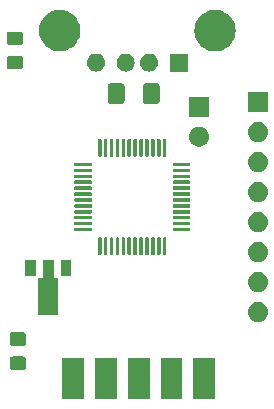
<source format=gbr>
%TF.GenerationSoftware,KiCad,Pcbnew,7.0.9*%
%TF.CreationDate,2024-08-25T17:31:11+01:00*%
%TF.ProjectId,RISKYKVM,5249534b-594b-4564-9d2e-6b696361645f,rev?*%
%TF.SameCoordinates,Original*%
%TF.FileFunction,Soldermask,Top*%
%TF.FilePolarity,Negative*%
%FSLAX46Y46*%
G04 Gerber Fmt 4.6, Leading zero omitted, Abs format (unit mm)*
G04 Created by KiCad (PCBNEW 7.0.9) date 2024-08-25 17:31:11*
%MOMM*%
%LPD*%
G01*
G04 APERTURE LIST*
G04 APERTURE END LIST*
G36*
X125683334Y-109777500D02*
G01*
X123836666Y-109777500D01*
X123836666Y-106297500D01*
X125683334Y-106297500D01*
X125683334Y-109777500D01*
G37*
G36*
X128453334Y-109777500D02*
G01*
X126606666Y-109777500D01*
X126606666Y-106297500D01*
X128453334Y-106297500D01*
X128453334Y-109777500D01*
G37*
G36*
X131223334Y-109777500D02*
G01*
X129376666Y-109777500D01*
X129376666Y-106297500D01*
X131223334Y-106297500D01*
X131223334Y-109777500D01*
G37*
G36*
X133993334Y-109777500D02*
G01*
X132146666Y-109777500D01*
X132146666Y-106297500D01*
X133993334Y-106297500D01*
X133993334Y-109777500D01*
G37*
G36*
X136763334Y-109777500D02*
G01*
X134916666Y-109777500D01*
X134916666Y-106297500D01*
X136763334Y-106297500D01*
X136763334Y-109777500D01*
G37*
G36*
X120514850Y-106155964D02*
G01*
X120565040Y-106161787D01*
X120582189Y-106169359D01*
X120605671Y-106174030D01*
X120630810Y-106190827D01*
X120650696Y-106199608D01*
X120664277Y-106213189D01*
X120686777Y-106228223D01*
X120701810Y-106250722D01*
X120715391Y-106264303D01*
X120724170Y-106284186D01*
X120740970Y-106309329D01*
X120745641Y-106332812D01*
X120753212Y-106349959D01*
X120759033Y-106400139D01*
X120760000Y-106405000D01*
X120760000Y-107055000D01*
X120759032Y-107059863D01*
X120753212Y-107110040D01*
X120745641Y-107127185D01*
X120740970Y-107150671D01*
X120724169Y-107175815D01*
X120715391Y-107195696D01*
X120701812Y-107209274D01*
X120686777Y-107231777D01*
X120664274Y-107246812D01*
X120650696Y-107260391D01*
X120630815Y-107269169D01*
X120605671Y-107285970D01*
X120582185Y-107290641D01*
X120565040Y-107298212D01*
X120514861Y-107304032D01*
X120510000Y-107305000D01*
X119610000Y-107305000D01*
X119605138Y-107304032D01*
X119554959Y-107298212D01*
X119537812Y-107290641D01*
X119514329Y-107285970D01*
X119489186Y-107269170D01*
X119469303Y-107260391D01*
X119455722Y-107246810D01*
X119433223Y-107231777D01*
X119418189Y-107209277D01*
X119404608Y-107195696D01*
X119395827Y-107175810D01*
X119379030Y-107150671D01*
X119374359Y-107127189D01*
X119366787Y-107110040D01*
X119360964Y-107059849D01*
X119360000Y-107055000D01*
X119360000Y-106405000D01*
X119360964Y-106400150D01*
X119366787Y-106349959D01*
X119374359Y-106332808D01*
X119379030Y-106309329D01*
X119395826Y-106284191D01*
X119404608Y-106264303D01*
X119418191Y-106250719D01*
X119433223Y-106228223D01*
X119455719Y-106213191D01*
X119469303Y-106199608D01*
X119489191Y-106190826D01*
X119514329Y-106174030D01*
X119537808Y-106169359D01*
X119554959Y-106161787D01*
X119605151Y-106155964D01*
X119610000Y-106155000D01*
X120510000Y-106155000D01*
X120514850Y-106155964D01*
G37*
G36*
X120514850Y-104105964D02*
G01*
X120565040Y-104111787D01*
X120582189Y-104119359D01*
X120605671Y-104124030D01*
X120630810Y-104140827D01*
X120650696Y-104149608D01*
X120664277Y-104163189D01*
X120686777Y-104178223D01*
X120701810Y-104200722D01*
X120715391Y-104214303D01*
X120724170Y-104234186D01*
X120740970Y-104259329D01*
X120745641Y-104282812D01*
X120753212Y-104299959D01*
X120759033Y-104350139D01*
X120760000Y-104355000D01*
X120760000Y-105005000D01*
X120759032Y-105009863D01*
X120753212Y-105060040D01*
X120745641Y-105077185D01*
X120740970Y-105100671D01*
X120724169Y-105125815D01*
X120715391Y-105145696D01*
X120701812Y-105159274D01*
X120686777Y-105181777D01*
X120664274Y-105196812D01*
X120650696Y-105210391D01*
X120630815Y-105219169D01*
X120605671Y-105235970D01*
X120582185Y-105240641D01*
X120565040Y-105248212D01*
X120514861Y-105254032D01*
X120510000Y-105255000D01*
X119610000Y-105255000D01*
X119605138Y-105254032D01*
X119554959Y-105248212D01*
X119537812Y-105240641D01*
X119514329Y-105235970D01*
X119489186Y-105219170D01*
X119469303Y-105210391D01*
X119455722Y-105196810D01*
X119433223Y-105181777D01*
X119418189Y-105159277D01*
X119404608Y-105145696D01*
X119395827Y-105125810D01*
X119379030Y-105100671D01*
X119374359Y-105077189D01*
X119366787Y-105060040D01*
X119360964Y-105009849D01*
X119360000Y-105005000D01*
X119360000Y-104355000D01*
X119360964Y-104350150D01*
X119366787Y-104299959D01*
X119374359Y-104282808D01*
X119379030Y-104259329D01*
X119395826Y-104234191D01*
X119404608Y-104214303D01*
X119418191Y-104200719D01*
X119433223Y-104178223D01*
X119455719Y-104163191D01*
X119469303Y-104149608D01*
X119489191Y-104140826D01*
X119514329Y-104124030D01*
X119537808Y-104119359D01*
X119554959Y-104111787D01*
X119605151Y-104105964D01*
X119610000Y-104105000D01*
X120510000Y-104105000D01*
X120514850Y-104105964D01*
G37*
G36*
X140652664Y-101581602D02*
G01*
X140815000Y-101653878D01*
X140958761Y-101758327D01*
X141077664Y-101890383D01*
X141166514Y-102044274D01*
X141221425Y-102213275D01*
X141240000Y-102390000D01*
X141221425Y-102566725D01*
X141166514Y-102735726D01*
X141077664Y-102889617D01*
X140958761Y-103021673D01*
X140815000Y-103126122D01*
X140652664Y-103198398D01*
X140478849Y-103235344D01*
X140301151Y-103235344D01*
X140127336Y-103198398D01*
X139965000Y-103126122D01*
X139821239Y-103021673D01*
X139702336Y-102889617D01*
X139613486Y-102735726D01*
X139558575Y-102566725D01*
X139540000Y-102390000D01*
X139558575Y-102213275D01*
X139613486Y-102044274D01*
X139702336Y-101890383D01*
X139821239Y-101758327D01*
X139965000Y-101653878D01*
X140127336Y-101581602D01*
X140301151Y-101544656D01*
X140478849Y-101544656D01*
X140652664Y-101581602D01*
G37*
G36*
X123080000Y-98008408D02*
G01*
X123080000Y-99442353D01*
X123115147Y-99477500D01*
X123490592Y-99477500D01*
X123496500Y-99477500D01*
X123496500Y-102602500D01*
X123490592Y-102602500D01*
X121769408Y-102602500D01*
X121763500Y-102602500D01*
X121763500Y-99477500D01*
X122144853Y-99477500D01*
X122180000Y-99442353D01*
X122180000Y-98008408D01*
X122180000Y-98002500D01*
X123080000Y-98002500D01*
X123080000Y-98008408D01*
G37*
G36*
X140652664Y-99041602D02*
G01*
X140815000Y-99113878D01*
X140958761Y-99218327D01*
X141077664Y-99350383D01*
X141166514Y-99504274D01*
X141221425Y-99673275D01*
X141240000Y-99850000D01*
X141221425Y-100026725D01*
X141166514Y-100195726D01*
X141077664Y-100349617D01*
X140958761Y-100481673D01*
X140815000Y-100586122D01*
X140652664Y-100658398D01*
X140478849Y-100695344D01*
X140301151Y-100695344D01*
X140127336Y-100658398D01*
X139965000Y-100586122D01*
X139821239Y-100481673D01*
X139702336Y-100349617D01*
X139613486Y-100195726D01*
X139558575Y-100026725D01*
X139540000Y-99850000D01*
X139558575Y-99673275D01*
X139613486Y-99504274D01*
X139702336Y-99350383D01*
X139821239Y-99218327D01*
X139965000Y-99113878D01*
X140127336Y-99041602D01*
X140301151Y-99004656D01*
X140478849Y-99004656D01*
X140652664Y-99041602D01*
G37*
G36*
X121580000Y-99302500D02*
G01*
X120680000Y-99302500D01*
X120680000Y-98002500D01*
X121580000Y-98002500D01*
X121580000Y-99302500D01*
G37*
G36*
X124580000Y-99302500D02*
G01*
X123680000Y-99302500D01*
X123680000Y-98002500D01*
X124580000Y-98002500D01*
X124580000Y-99302500D01*
G37*
G36*
X140652664Y-96501602D02*
G01*
X140815000Y-96573878D01*
X140958761Y-96678327D01*
X141077664Y-96810383D01*
X141166514Y-96964274D01*
X141221425Y-97133275D01*
X141240000Y-97310000D01*
X141221425Y-97486725D01*
X141166514Y-97655726D01*
X141077664Y-97809617D01*
X140958761Y-97941673D01*
X140815000Y-98046122D01*
X140652664Y-98118398D01*
X140478849Y-98155344D01*
X140301151Y-98155344D01*
X140127336Y-98118398D01*
X139965000Y-98046122D01*
X139821239Y-97941673D01*
X139702336Y-97809617D01*
X139613486Y-97655726D01*
X139558575Y-97486725D01*
X139540000Y-97310000D01*
X139558575Y-97133275D01*
X139613486Y-96964274D01*
X139702336Y-96810383D01*
X139821239Y-96678327D01*
X139965000Y-96573878D01*
X140127336Y-96501602D01*
X140301151Y-96464656D01*
X140478849Y-96464656D01*
X140652664Y-96501602D01*
G37*
G36*
X127093701Y-96083209D02*
G01*
X127118033Y-96099467D01*
X127134291Y-96123799D01*
X127140000Y-96152500D01*
X127140000Y-97477500D01*
X127134291Y-97506201D01*
X127118033Y-97530533D01*
X127093701Y-97546791D01*
X127065000Y-97552500D01*
X126915000Y-97552500D01*
X126886299Y-97546791D01*
X126861967Y-97530533D01*
X126845709Y-97506201D01*
X126840000Y-97477500D01*
X126840000Y-96152500D01*
X126845709Y-96123799D01*
X126861967Y-96099467D01*
X126886299Y-96083209D01*
X126915000Y-96077500D01*
X127065000Y-96077500D01*
X127093701Y-96083209D01*
G37*
G36*
X127593701Y-96083209D02*
G01*
X127618033Y-96099467D01*
X127634291Y-96123799D01*
X127640000Y-96152500D01*
X127640000Y-97477500D01*
X127634291Y-97506201D01*
X127618033Y-97530533D01*
X127593701Y-97546791D01*
X127565000Y-97552500D01*
X127415000Y-97552500D01*
X127386299Y-97546791D01*
X127361967Y-97530533D01*
X127345709Y-97506201D01*
X127340000Y-97477500D01*
X127340000Y-96152500D01*
X127345709Y-96123799D01*
X127361967Y-96099467D01*
X127386299Y-96083209D01*
X127415000Y-96077500D01*
X127565000Y-96077500D01*
X127593701Y-96083209D01*
G37*
G36*
X128093701Y-96083209D02*
G01*
X128118033Y-96099467D01*
X128134291Y-96123799D01*
X128140000Y-96152500D01*
X128140000Y-97477500D01*
X128134291Y-97506201D01*
X128118033Y-97530533D01*
X128093701Y-97546791D01*
X128065000Y-97552500D01*
X127915000Y-97552500D01*
X127886299Y-97546791D01*
X127861967Y-97530533D01*
X127845709Y-97506201D01*
X127840000Y-97477500D01*
X127840000Y-96152500D01*
X127845709Y-96123799D01*
X127861967Y-96099467D01*
X127886299Y-96083209D01*
X127915000Y-96077500D01*
X128065000Y-96077500D01*
X128093701Y-96083209D01*
G37*
G36*
X128593701Y-96083209D02*
G01*
X128618033Y-96099467D01*
X128634291Y-96123799D01*
X128640000Y-96152500D01*
X128640000Y-97477500D01*
X128634291Y-97506201D01*
X128618033Y-97530533D01*
X128593701Y-97546791D01*
X128565000Y-97552500D01*
X128415000Y-97552500D01*
X128386299Y-97546791D01*
X128361967Y-97530533D01*
X128345709Y-97506201D01*
X128340000Y-97477500D01*
X128340000Y-96152500D01*
X128345709Y-96123799D01*
X128361967Y-96099467D01*
X128386299Y-96083209D01*
X128415000Y-96077500D01*
X128565000Y-96077500D01*
X128593701Y-96083209D01*
G37*
G36*
X129093701Y-96083209D02*
G01*
X129118033Y-96099467D01*
X129134291Y-96123799D01*
X129140000Y-96152500D01*
X129140000Y-97477500D01*
X129134291Y-97506201D01*
X129118033Y-97530533D01*
X129093701Y-97546791D01*
X129065000Y-97552500D01*
X128915000Y-97552500D01*
X128886299Y-97546791D01*
X128861967Y-97530533D01*
X128845709Y-97506201D01*
X128840000Y-97477500D01*
X128840000Y-96152500D01*
X128845709Y-96123799D01*
X128861967Y-96099467D01*
X128886299Y-96083209D01*
X128915000Y-96077500D01*
X129065000Y-96077500D01*
X129093701Y-96083209D01*
G37*
G36*
X129593701Y-96083209D02*
G01*
X129618033Y-96099467D01*
X129634291Y-96123799D01*
X129640000Y-96152500D01*
X129640000Y-97477500D01*
X129634291Y-97506201D01*
X129618033Y-97530533D01*
X129593701Y-97546791D01*
X129565000Y-97552500D01*
X129415000Y-97552500D01*
X129386299Y-97546791D01*
X129361967Y-97530533D01*
X129345709Y-97506201D01*
X129340000Y-97477500D01*
X129340000Y-96152500D01*
X129345709Y-96123799D01*
X129361967Y-96099467D01*
X129386299Y-96083209D01*
X129415000Y-96077500D01*
X129565000Y-96077500D01*
X129593701Y-96083209D01*
G37*
G36*
X130093701Y-96083209D02*
G01*
X130118033Y-96099467D01*
X130134291Y-96123799D01*
X130140000Y-96152500D01*
X130140000Y-97477500D01*
X130134291Y-97506201D01*
X130118033Y-97530533D01*
X130093701Y-97546791D01*
X130065000Y-97552500D01*
X129915000Y-97552500D01*
X129886299Y-97546791D01*
X129861967Y-97530533D01*
X129845709Y-97506201D01*
X129840000Y-97477500D01*
X129840000Y-96152500D01*
X129845709Y-96123799D01*
X129861967Y-96099467D01*
X129886299Y-96083209D01*
X129915000Y-96077500D01*
X130065000Y-96077500D01*
X130093701Y-96083209D01*
G37*
G36*
X130593701Y-96083209D02*
G01*
X130618033Y-96099467D01*
X130634291Y-96123799D01*
X130640000Y-96152500D01*
X130640000Y-97477500D01*
X130634291Y-97506201D01*
X130618033Y-97530533D01*
X130593701Y-97546791D01*
X130565000Y-97552500D01*
X130415000Y-97552500D01*
X130386299Y-97546791D01*
X130361967Y-97530533D01*
X130345709Y-97506201D01*
X130340000Y-97477500D01*
X130340000Y-96152500D01*
X130345709Y-96123799D01*
X130361967Y-96099467D01*
X130386299Y-96083209D01*
X130415000Y-96077500D01*
X130565000Y-96077500D01*
X130593701Y-96083209D01*
G37*
G36*
X131093701Y-96083209D02*
G01*
X131118033Y-96099467D01*
X131134291Y-96123799D01*
X131140000Y-96152500D01*
X131140000Y-97477500D01*
X131134291Y-97506201D01*
X131118033Y-97530533D01*
X131093701Y-97546791D01*
X131065000Y-97552500D01*
X130915000Y-97552500D01*
X130886299Y-97546791D01*
X130861967Y-97530533D01*
X130845709Y-97506201D01*
X130840000Y-97477500D01*
X130840000Y-96152500D01*
X130845709Y-96123799D01*
X130861967Y-96099467D01*
X130886299Y-96083209D01*
X130915000Y-96077500D01*
X131065000Y-96077500D01*
X131093701Y-96083209D01*
G37*
G36*
X131593701Y-96083209D02*
G01*
X131618033Y-96099467D01*
X131634291Y-96123799D01*
X131640000Y-96152500D01*
X131640000Y-97477500D01*
X131634291Y-97506201D01*
X131618033Y-97530533D01*
X131593701Y-97546791D01*
X131565000Y-97552500D01*
X131415000Y-97552500D01*
X131386299Y-97546791D01*
X131361967Y-97530533D01*
X131345709Y-97506201D01*
X131340000Y-97477500D01*
X131340000Y-96152500D01*
X131345709Y-96123799D01*
X131361967Y-96099467D01*
X131386299Y-96083209D01*
X131415000Y-96077500D01*
X131565000Y-96077500D01*
X131593701Y-96083209D01*
G37*
G36*
X132093701Y-96083209D02*
G01*
X132118033Y-96099467D01*
X132134291Y-96123799D01*
X132140000Y-96152500D01*
X132140000Y-97477500D01*
X132134291Y-97506201D01*
X132118033Y-97530533D01*
X132093701Y-97546791D01*
X132065000Y-97552500D01*
X131915000Y-97552500D01*
X131886299Y-97546791D01*
X131861967Y-97530533D01*
X131845709Y-97506201D01*
X131840000Y-97477500D01*
X131840000Y-96152500D01*
X131845709Y-96123799D01*
X131861967Y-96099467D01*
X131886299Y-96083209D01*
X131915000Y-96077500D01*
X132065000Y-96077500D01*
X132093701Y-96083209D01*
G37*
G36*
X132593701Y-96083209D02*
G01*
X132618033Y-96099467D01*
X132634291Y-96123799D01*
X132640000Y-96152500D01*
X132640000Y-97477500D01*
X132634291Y-97506201D01*
X132618033Y-97530533D01*
X132593701Y-97546791D01*
X132565000Y-97552500D01*
X132415000Y-97552500D01*
X132386299Y-97546791D01*
X132361967Y-97530533D01*
X132345709Y-97506201D01*
X132340000Y-97477500D01*
X132340000Y-96152500D01*
X132345709Y-96123799D01*
X132361967Y-96099467D01*
X132386299Y-96083209D01*
X132415000Y-96077500D01*
X132565000Y-96077500D01*
X132593701Y-96083209D01*
G37*
G36*
X140652664Y-93961602D02*
G01*
X140815000Y-94033878D01*
X140958761Y-94138327D01*
X141077664Y-94270383D01*
X141166514Y-94424274D01*
X141221425Y-94593275D01*
X141240000Y-94770000D01*
X141221425Y-94946725D01*
X141166514Y-95115726D01*
X141077664Y-95269617D01*
X140958761Y-95401673D01*
X140815000Y-95506122D01*
X140652664Y-95578398D01*
X140478849Y-95615344D01*
X140301151Y-95615344D01*
X140127336Y-95578398D01*
X139965000Y-95506122D01*
X139821239Y-95401673D01*
X139702336Y-95269617D01*
X139613486Y-95115726D01*
X139558575Y-94946725D01*
X139540000Y-94770000D01*
X139558575Y-94593275D01*
X139613486Y-94424274D01*
X139702336Y-94270383D01*
X139821239Y-94138327D01*
X139965000Y-94033878D01*
X140127336Y-93961602D01*
X140301151Y-93924656D01*
X140478849Y-93924656D01*
X140652664Y-93961602D01*
G37*
G36*
X126268701Y-95258209D02*
G01*
X126293033Y-95274467D01*
X126309291Y-95298799D01*
X126315000Y-95327500D01*
X126315000Y-95477500D01*
X126309291Y-95506201D01*
X126293033Y-95530533D01*
X126268701Y-95546791D01*
X126240000Y-95552500D01*
X124915000Y-95552500D01*
X124886299Y-95546791D01*
X124861967Y-95530533D01*
X124845709Y-95506201D01*
X124840000Y-95477500D01*
X124840000Y-95327500D01*
X124845709Y-95298799D01*
X124861967Y-95274467D01*
X124886299Y-95258209D01*
X124915000Y-95252500D01*
X126240000Y-95252500D01*
X126268701Y-95258209D01*
G37*
G36*
X134593701Y-95258209D02*
G01*
X134618033Y-95274467D01*
X134634291Y-95298799D01*
X134640000Y-95327500D01*
X134640000Y-95477500D01*
X134634291Y-95506201D01*
X134618033Y-95530533D01*
X134593701Y-95546791D01*
X134565000Y-95552500D01*
X133240000Y-95552500D01*
X133211299Y-95546791D01*
X133186967Y-95530533D01*
X133170709Y-95506201D01*
X133165000Y-95477500D01*
X133165000Y-95327500D01*
X133170709Y-95298799D01*
X133186967Y-95274467D01*
X133211299Y-95258209D01*
X133240000Y-95252500D01*
X134565000Y-95252500D01*
X134593701Y-95258209D01*
G37*
G36*
X126268701Y-94758209D02*
G01*
X126293033Y-94774467D01*
X126309291Y-94798799D01*
X126315000Y-94827500D01*
X126315000Y-94977500D01*
X126309291Y-95006201D01*
X126293033Y-95030533D01*
X126268701Y-95046791D01*
X126240000Y-95052500D01*
X124915000Y-95052500D01*
X124886299Y-95046791D01*
X124861967Y-95030533D01*
X124845709Y-95006201D01*
X124840000Y-94977500D01*
X124840000Y-94827500D01*
X124845709Y-94798799D01*
X124861967Y-94774467D01*
X124886299Y-94758209D01*
X124915000Y-94752500D01*
X126240000Y-94752500D01*
X126268701Y-94758209D01*
G37*
G36*
X134593701Y-94758209D02*
G01*
X134618033Y-94774467D01*
X134634291Y-94798799D01*
X134640000Y-94827500D01*
X134640000Y-94977500D01*
X134634291Y-95006201D01*
X134618033Y-95030533D01*
X134593701Y-95046791D01*
X134565000Y-95052500D01*
X133240000Y-95052500D01*
X133211299Y-95046791D01*
X133186967Y-95030533D01*
X133170709Y-95006201D01*
X133165000Y-94977500D01*
X133165000Y-94827500D01*
X133170709Y-94798799D01*
X133186967Y-94774467D01*
X133211299Y-94758209D01*
X133240000Y-94752500D01*
X134565000Y-94752500D01*
X134593701Y-94758209D01*
G37*
G36*
X126268701Y-94258209D02*
G01*
X126293033Y-94274467D01*
X126309291Y-94298799D01*
X126315000Y-94327500D01*
X126315000Y-94477500D01*
X126309291Y-94506201D01*
X126293033Y-94530533D01*
X126268701Y-94546791D01*
X126240000Y-94552500D01*
X124915000Y-94552500D01*
X124886299Y-94546791D01*
X124861967Y-94530533D01*
X124845709Y-94506201D01*
X124840000Y-94477500D01*
X124840000Y-94327500D01*
X124845709Y-94298799D01*
X124861967Y-94274467D01*
X124886299Y-94258209D01*
X124915000Y-94252500D01*
X126240000Y-94252500D01*
X126268701Y-94258209D01*
G37*
G36*
X134593701Y-94258209D02*
G01*
X134618033Y-94274467D01*
X134634291Y-94298799D01*
X134640000Y-94327500D01*
X134640000Y-94477500D01*
X134634291Y-94506201D01*
X134618033Y-94530533D01*
X134593701Y-94546791D01*
X134565000Y-94552500D01*
X133240000Y-94552500D01*
X133211299Y-94546791D01*
X133186967Y-94530533D01*
X133170709Y-94506201D01*
X133165000Y-94477500D01*
X133165000Y-94327500D01*
X133170709Y-94298799D01*
X133186967Y-94274467D01*
X133211299Y-94258209D01*
X133240000Y-94252500D01*
X134565000Y-94252500D01*
X134593701Y-94258209D01*
G37*
G36*
X126268701Y-93758209D02*
G01*
X126293033Y-93774467D01*
X126309291Y-93798799D01*
X126315000Y-93827500D01*
X126315000Y-93977500D01*
X126309291Y-94006201D01*
X126293033Y-94030533D01*
X126268701Y-94046791D01*
X126240000Y-94052500D01*
X124915000Y-94052500D01*
X124886299Y-94046791D01*
X124861967Y-94030533D01*
X124845709Y-94006201D01*
X124840000Y-93977500D01*
X124840000Y-93827500D01*
X124845709Y-93798799D01*
X124861967Y-93774467D01*
X124886299Y-93758209D01*
X124915000Y-93752500D01*
X126240000Y-93752500D01*
X126268701Y-93758209D01*
G37*
G36*
X134593701Y-93758209D02*
G01*
X134618033Y-93774467D01*
X134634291Y-93798799D01*
X134640000Y-93827500D01*
X134640000Y-93977500D01*
X134634291Y-94006201D01*
X134618033Y-94030533D01*
X134593701Y-94046791D01*
X134565000Y-94052500D01*
X133240000Y-94052500D01*
X133211299Y-94046791D01*
X133186967Y-94030533D01*
X133170709Y-94006201D01*
X133165000Y-93977500D01*
X133165000Y-93827500D01*
X133170709Y-93798799D01*
X133186967Y-93774467D01*
X133211299Y-93758209D01*
X133240000Y-93752500D01*
X134565000Y-93752500D01*
X134593701Y-93758209D01*
G37*
G36*
X126268701Y-93258209D02*
G01*
X126293033Y-93274467D01*
X126309291Y-93298799D01*
X126315000Y-93327500D01*
X126315000Y-93477500D01*
X126309291Y-93506201D01*
X126293033Y-93530533D01*
X126268701Y-93546791D01*
X126240000Y-93552500D01*
X124915000Y-93552500D01*
X124886299Y-93546791D01*
X124861967Y-93530533D01*
X124845709Y-93506201D01*
X124840000Y-93477500D01*
X124840000Y-93327500D01*
X124845709Y-93298799D01*
X124861967Y-93274467D01*
X124886299Y-93258209D01*
X124915000Y-93252500D01*
X126240000Y-93252500D01*
X126268701Y-93258209D01*
G37*
G36*
X134593701Y-93258209D02*
G01*
X134618033Y-93274467D01*
X134634291Y-93298799D01*
X134640000Y-93327500D01*
X134640000Y-93477500D01*
X134634291Y-93506201D01*
X134618033Y-93530533D01*
X134593701Y-93546791D01*
X134565000Y-93552500D01*
X133240000Y-93552500D01*
X133211299Y-93546791D01*
X133186967Y-93530533D01*
X133170709Y-93506201D01*
X133165000Y-93477500D01*
X133165000Y-93327500D01*
X133170709Y-93298799D01*
X133186967Y-93274467D01*
X133211299Y-93258209D01*
X133240000Y-93252500D01*
X134565000Y-93252500D01*
X134593701Y-93258209D01*
G37*
G36*
X140652664Y-91421602D02*
G01*
X140815000Y-91493878D01*
X140958761Y-91598327D01*
X141077664Y-91730383D01*
X141166514Y-91884274D01*
X141221425Y-92053275D01*
X141240000Y-92230000D01*
X141221425Y-92406725D01*
X141166514Y-92575726D01*
X141077664Y-92729617D01*
X140958761Y-92861673D01*
X140815000Y-92966122D01*
X140652664Y-93038398D01*
X140478849Y-93075344D01*
X140301151Y-93075344D01*
X140127336Y-93038398D01*
X139965000Y-92966122D01*
X139821239Y-92861673D01*
X139702336Y-92729617D01*
X139613486Y-92575726D01*
X139558575Y-92406725D01*
X139540000Y-92230000D01*
X139558575Y-92053275D01*
X139613486Y-91884274D01*
X139702336Y-91730383D01*
X139821239Y-91598327D01*
X139965000Y-91493878D01*
X140127336Y-91421602D01*
X140301151Y-91384656D01*
X140478849Y-91384656D01*
X140652664Y-91421602D01*
G37*
G36*
X126268701Y-92758209D02*
G01*
X126293033Y-92774467D01*
X126309291Y-92798799D01*
X126315000Y-92827500D01*
X126315000Y-92977500D01*
X126309291Y-93006201D01*
X126293033Y-93030533D01*
X126268701Y-93046791D01*
X126240000Y-93052500D01*
X124915000Y-93052500D01*
X124886299Y-93046791D01*
X124861967Y-93030533D01*
X124845709Y-93006201D01*
X124840000Y-92977500D01*
X124840000Y-92827500D01*
X124845709Y-92798799D01*
X124861967Y-92774467D01*
X124886299Y-92758209D01*
X124915000Y-92752500D01*
X126240000Y-92752500D01*
X126268701Y-92758209D01*
G37*
G36*
X134593701Y-92758209D02*
G01*
X134618033Y-92774467D01*
X134634291Y-92798799D01*
X134640000Y-92827500D01*
X134640000Y-92977500D01*
X134634291Y-93006201D01*
X134618033Y-93030533D01*
X134593701Y-93046791D01*
X134565000Y-93052500D01*
X133240000Y-93052500D01*
X133211299Y-93046791D01*
X133186967Y-93030533D01*
X133170709Y-93006201D01*
X133165000Y-92977500D01*
X133165000Y-92827500D01*
X133170709Y-92798799D01*
X133186967Y-92774467D01*
X133211299Y-92758209D01*
X133240000Y-92752500D01*
X134565000Y-92752500D01*
X134593701Y-92758209D01*
G37*
G36*
X126268701Y-92258209D02*
G01*
X126293033Y-92274467D01*
X126309291Y-92298799D01*
X126315000Y-92327500D01*
X126315000Y-92477500D01*
X126309291Y-92506201D01*
X126293033Y-92530533D01*
X126268701Y-92546791D01*
X126240000Y-92552500D01*
X124915000Y-92552500D01*
X124886299Y-92546791D01*
X124861967Y-92530533D01*
X124845709Y-92506201D01*
X124840000Y-92477500D01*
X124840000Y-92327500D01*
X124845709Y-92298799D01*
X124861967Y-92274467D01*
X124886299Y-92258209D01*
X124915000Y-92252500D01*
X126240000Y-92252500D01*
X126268701Y-92258209D01*
G37*
G36*
X134593701Y-92258209D02*
G01*
X134618033Y-92274467D01*
X134634291Y-92298799D01*
X134640000Y-92327500D01*
X134640000Y-92477500D01*
X134634291Y-92506201D01*
X134618033Y-92530533D01*
X134593701Y-92546791D01*
X134565000Y-92552500D01*
X133240000Y-92552500D01*
X133211299Y-92546791D01*
X133186967Y-92530533D01*
X133170709Y-92506201D01*
X133165000Y-92477500D01*
X133165000Y-92327500D01*
X133170709Y-92298799D01*
X133186967Y-92274467D01*
X133211299Y-92258209D01*
X133240000Y-92252500D01*
X134565000Y-92252500D01*
X134593701Y-92258209D01*
G37*
G36*
X126268701Y-91758209D02*
G01*
X126293033Y-91774467D01*
X126309291Y-91798799D01*
X126315000Y-91827500D01*
X126315000Y-91977500D01*
X126309291Y-92006201D01*
X126293033Y-92030533D01*
X126268701Y-92046791D01*
X126240000Y-92052500D01*
X124915000Y-92052500D01*
X124886299Y-92046791D01*
X124861967Y-92030533D01*
X124845709Y-92006201D01*
X124840000Y-91977500D01*
X124840000Y-91827500D01*
X124845709Y-91798799D01*
X124861967Y-91774467D01*
X124886299Y-91758209D01*
X124915000Y-91752500D01*
X126240000Y-91752500D01*
X126268701Y-91758209D01*
G37*
G36*
X134593701Y-91758209D02*
G01*
X134618033Y-91774467D01*
X134634291Y-91798799D01*
X134640000Y-91827500D01*
X134640000Y-91977500D01*
X134634291Y-92006201D01*
X134618033Y-92030533D01*
X134593701Y-92046791D01*
X134565000Y-92052500D01*
X133240000Y-92052500D01*
X133211299Y-92046791D01*
X133186967Y-92030533D01*
X133170709Y-92006201D01*
X133165000Y-91977500D01*
X133165000Y-91827500D01*
X133170709Y-91798799D01*
X133186967Y-91774467D01*
X133211299Y-91758209D01*
X133240000Y-91752500D01*
X134565000Y-91752500D01*
X134593701Y-91758209D01*
G37*
G36*
X126268701Y-91258209D02*
G01*
X126293033Y-91274467D01*
X126309291Y-91298799D01*
X126315000Y-91327500D01*
X126315000Y-91477500D01*
X126309291Y-91506201D01*
X126293033Y-91530533D01*
X126268701Y-91546791D01*
X126240000Y-91552500D01*
X124915000Y-91552500D01*
X124886299Y-91546791D01*
X124861967Y-91530533D01*
X124845709Y-91506201D01*
X124840000Y-91477500D01*
X124840000Y-91327500D01*
X124845709Y-91298799D01*
X124861967Y-91274467D01*
X124886299Y-91258209D01*
X124915000Y-91252500D01*
X126240000Y-91252500D01*
X126268701Y-91258209D01*
G37*
G36*
X134593701Y-91258209D02*
G01*
X134618033Y-91274467D01*
X134634291Y-91298799D01*
X134640000Y-91327500D01*
X134640000Y-91477500D01*
X134634291Y-91506201D01*
X134618033Y-91530533D01*
X134593701Y-91546791D01*
X134565000Y-91552500D01*
X133240000Y-91552500D01*
X133211299Y-91546791D01*
X133186967Y-91530533D01*
X133170709Y-91506201D01*
X133165000Y-91477500D01*
X133165000Y-91327500D01*
X133170709Y-91298799D01*
X133186967Y-91274467D01*
X133211299Y-91258209D01*
X133240000Y-91252500D01*
X134565000Y-91252500D01*
X134593701Y-91258209D01*
G37*
G36*
X126268701Y-90758209D02*
G01*
X126293033Y-90774467D01*
X126309291Y-90798799D01*
X126315000Y-90827500D01*
X126315000Y-90977500D01*
X126309291Y-91006201D01*
X126293033Y-91030533D01*
X126268701Y-91046791D01*
X126240000Y-91052500D01*
X124915000Y-91052500D01*
X124886299Y-91046791D01*
X124861967Y-91030533D01*
X124845709Y-91006201D01*
X124840000Y-90977500D01*
X124840000Y-90827500D01*
X124845709Y-90798799D01*
X124861967Y-90774467D01*
X124886299Y-90758209D01*
X124915000Y-90752500D01*
X126240000Y-90752500D01*
X126268701Y-90758209D01*
G37*
G36*
X134593701Y-90758209D02*
G01*
X134618033Y-90774467D01*
X134634291Y-90798799D01*
X134640000Y-90827500D01*
X134640000Y-90977500D01*
X134634291Y-91006201D01*
X134618033Y-91030533D01*
X134593701Y-91046791D01*
X134565000Y-91052500D01*
X133240000Y-91052500D01*
X133211299Y-91046791D01*
X133186967Y-91030533D01*
X133170709Y-91006201D01*
X133165000Y-90977500D01*
X133165000Y-90827500D01*
X133170709Y-90798799D01*
X133186967Y-90774467D01*
X133211299Y-90758209D01*
X133240000Y-90752500D01*
X134565000Y-90752500D01*
X134593701Y-90758209D01*
G37*
G36*
X126268701Y-90258209D02*
G01*
X126293033Y-90274467D01*
X126309291Y-90298799D01*
X126315000Y-90327500D01*
X126315000Y-90477500D01*
X126309291Y-90506201D01*
X126293033Y-90530533D01*
X126268701Y-90546791D01*
X126240000Y-90552500D01*
X124915000Y-90552500D01*
X124886299Y-90546791D01*
X124861967Y-90530533D01*
X124845709Y-90506201D01*
X124840000Y-90477500D01*
X124840000Y-90327500D01*
X124845709Y-90298799D01*
X124861967Y-90274467D01*
X124886299Y-90258209D01*
X124915000Y-90252500D01*
X126240000Y-90252500D01*
X126268701Y-90258209D01*
G37*
G36*
X134593701Y-90258209D02*
G01*
X134618033Y-90274467D01*
X134634291Y-90298799D01*
X134640000Y-90327500D01*
X134640000Y-90477500D01*
X134634291Y-90506201D01*
X134618033Y-90530533D01*
X134593701Y-90546791D01*
X134565000Y-90552500D01*
X133240000Y-90552500D01*
X133211299Y-90546791D01*
X133186967Y-90530533D01*
X133170709Y-90506201D01*
X133165000Y-90477500D01*
X133165000Y-90327500D01*
X133170709Y-90298799D01*
X133186967Y-90274467D01*
X133211299Y-90258209D01*
X133240000Y-90252500D01*
X134565000Y-90252500D01*
X134593701Y-90258209D01*
G37*
G36*
X140652664Y-88881602D02*
G01*
X140815000Y-88953878D01*
X140958761Y-89058327D01*
X141077664Y-89190383D01*
X141166514Y-89344274D01*
X141221425Y-89513275D01*
X141240000Y-89690000D01*
X141221425Y-89866725D01*
X141166514Y-90035726D01*
X141077664Y-90189617D01*
X140958761Y-90321673D01*
X140815000Y-90426122D01*
X140652664Y-90498398D01*
X140478849Y-90535344D01*
X140301151Y-90535344D01*
X140127336Y-90498398D01*
X139965000Y-90426122D01*
X139821239Y-90321673D01*
X139702336Y-90189617D01*
X139613486Y-90035726D01*
X139558575Y-89866725D01*
X139540000Y-89690000D01*
X139558575Y-89513275D01*
X139613486Y-89344274D01*
X139702336Y-89190383D01*
X139821239Y-89058327D01*
X139965000Y-88953878D01*
X140127336Y-88881602D01*
X140301151Y-88844656D01*
X140478849Y-88844656D01*
X140652664Y-88881602D01*
G37*
G36*
X126268701Y-89758209D02*
G01*
X126293033Y-89774467D01*
X126309291Y-89798799D01*
X126315000Y-89827500D01*
X126315000Y-89977500D01*
X126309291Y-90006201D01*
X126293033Y-90030533D01*
X126268701Y-90046791D01*
X126240000Y-90052500D01*
X124915000Y-90052500D01*
X124886299Y-90046791D01*
X124861967Y-90030533D01*
X124845709Y-90006201D01*
X124840000Y-89977500D01*
X124840000Y-89827500D01*
X124845709Y-89798799D01*
X124861967Y-89774467D01*
X124886299Y-89758209D01*
X124915000Y-89752500D01*
X126240000Y-89752500D01*
X126268701Y-89758209D01*
G37*
G36*
X134593701Y-89758209D02*
G01*
X134618033Y-89774467D01*
X134634291Y-89798799D01*
X134640000Y-89827500D01*
X134640000Y-89977500D01*
X134634291Y-90006201D01*
X134618033Y-90030533D01*
X134593701Y-90046791D01*
X134565000Y-90052500D01*
X133240000Y-90052500D01*
X133211299Y-90046791D01*
X133186967Y-90030533D01*
X133170709Y-90006201D01*
X133165000Y-89977500D01*
X133165000Y-89827500D01*
X133170709Y-89798799D01*
X133186967Y-89774467D01*
X133211299Y-89758209D01*
X133240000Y-89752500D01*
X134565000Y-89752500D01*
X134593701Y-89758209D01*
G37*
G36*
X127093701Y-87758209D02*
G01*
X127118033Y-87774467D01*
X127134291Y-87798799D01*
X127140000Y-87827500D01*
X127140000Y-89152500D01*
X127134291Y-89181201D01*
X127118033Y-89205533D01*
X127093701Y-89221791D01*
X127065000Y-89227500D01*
X126915000Y-89227500D01*
X126886299Y-89221791D01*
X126861967Y-89205533D01*
X126845709Y-89181201D01*
X126840000Y-89152500D01*
X126840000Y-87827500D01*
X126845709Y-87798799D01*
X126861967Y-87774467D01*
X126886299Y-87758209D01*
X126915000Y-87752500D01*
X127065000Y-87752500D01*
X127093701Y-87758209D01*
G37*
G36*
X127593701Y-87758209D02*
G01*
X127618033Y-87774467D01*
X127634291Y-87798799D01*
X127640000Y-87827500D01*
X127640000Y-89152500D01*
X127634291Y-89181201D01*
X127618033Y-89205533D01*
X127593701Y-89221791D01*
X127565000Y-89227500D01*
X127415000Y-89227500D01*
X127386299Y-89221791D01*
X127361967Y-89205533D01*
X127345709Y-89181201D01*
X127340000Y-89152500D01*
X127340000Y-87827500D01*
X127345709Y-87798799D01*
X127361967Y-87774467D01*
X127386299Y-87758209D01*
X127415000Y-87752500D01*
X127565000Y-87752500D01*
X127593701Y-87758209D01*
G37*
G36*
X128093701Y-87758209D02*
G01*
X128118033Y-87774467D01*
X128134291Y-87798799D01*
X128140000Y-87827500D01*
X128140000Y-89152500D01*
X128134291Y-89181201D01*
X128118033Y-89205533D01*
X128093701Y-89221791D01*
X128065000Y-89227500D01*
X127915000Y-89227500D01*
X127886299Y-89221791D01*
X127861967Y-89205533D01*
X127845709Y-89181201D01*
X127840000Y-89152500D01*
X127840000Y-87827500D01*
X127845709Y-87798799D01*
X127861967Y-87774467D01*
X127886299Y-87758209D01*
X127915000Y-87752500D01*
X128065000Y-87752500D01*
X128093701Y-87758209D01*
G37*
G36*
X128593701Y-87758209D02*
G01*
X128618033Y-87774467D01*
X128634291Y-87798799D01*
X128640000Y-87827500D01*
X128640000Y-89152500D01*
X128634291Y-89181201D01*
X128618033Y-89205533D01*
X128593701Y-89221791D01*
X128565000Y-89227500D01*
X128415000Y-89227500D01*
X128386299Y-89221791D01*
X128361967Y-89205533D01*
X128345709Y-89181201D01*
X128340000Y-89152500D01*
X128340000Y-87827500D01*
X128345709Y-87798799D01*
X128361967Y-87774467D01*
X128386299Y-87758209D01*
X128415000Y-87752500D01*
X128565000Y-87752500D01*
X128593701Y-87758209D01*
G37*
G36*
X129093701Y-87758209D02*
G01*
X129118033Y-87774467D01*
X129134291Y-87798799D01*
X129140000Y-87827500D01*
X129140000Y-89152500D01*
X129134291Y-89181201D01*
X129118033Y-89205533D01*
X129093701Y-89221791D01*
X129065000Y-89227500D01*
X128915000Y-89227500D01*
X128886299Y-89221791D01*
X128861967Y-89205533D01*
X128845709Y-89181201D01*
X128840000Y-89152500D01*
X128840000Y-87827500D01*
X128845709Y-87798799D01*
X128861967Y-87774467D01*
X128886299Y-87758209D01*
X128915000Y-87752500D01*
X129065000Y-87752500D01*
X129093701Y-87758209D01*
G37*
G36*
X129593701Y-87758209D02*
G01*
X129618033Y-87774467D01*
X129634291Y-87798799D01*
X129640000Y-87827500D01*
X129640000Y-89152500D01*
X129634291Y-89181201D01*
X129618033Y-89205533D01*
X129593701Y-89221791D01*
X129565000Y-89227500D01*
X129415000Y-89227500D01*
X129386299Y-89221791D01*
X129361967Y-89205533D01*
X129345709Y-89181201D01*
X129340000Y-89152500D01*
X129340000Y-87827500D01*
X129345709Y-87798799D01*
X129361967Y-87774467D01*
X129386299Y-87758209D01*
X129415000Y-87752500D01*
X129565000Y-87752500D01*
X129593701Y-87758209D01*
G37*
G36*
X130093701Y-87758209D02*
G01*
X130118033Y-87774467D01*
X130134291Y-87798799D01*
X130140000Y-87827500D01*
X130140000Y-89152500D01*
X130134291Y-89181201D01*
X130118033Y-89205533D01*
X130093701Y-89221791D01*
X130065000Y-89227500D01*
X129915000Y-89227500D01*
X129886299Y-89221791D01*
X129861967Y-89205533D01*
X129845709Y-89181201D01*
X129840000Y-89152500D01*
X129840000Y-87827500D01*
X129845709Y-87798799D01*
X129861967Y-87774467D01*
X129886299Y-87758209D01*
X129915000Y-87752500D01*
X130065000Y-87752500D01*
X130093701Y-87758209D01*
G37*
G36*
X130593701Y-87758209D02*
G01*
X130618033Y-87774467D01*
X130634291Y-87798799D01*
X130640000Y-87827500D01*
X130640000Y-89152500D01*
X130634291Y-89181201D01*
X130618033Y-89205533D01*
X130593701Y-89221791D01*
X130565000Y-89227500D01*
X130415000Y-89227500D01*
X130386299Y-89221791D01*
X130361967Y-89205533D01*
X130345709Y-89181201D01*
X130340000Y-89152500D01*
X130340000Y-87827500D01*
X130345709Y-87798799D01*
X130361967Y-87774467D01*
X130386299Y-87758209D01*
X130415000Y-87752500D01*
X130565000Y-87752500D01*
X130593701Y-87758209D01*
G37*
G36*
X131093701Y-87758209D02*
G01*
X131118033Y-87774467D01*
X131134291Y-87798799D01*
X131140000Y-87827500D01*
X131140000Y-89152500D01*
X131134291Y-89181201D01*
X131118033Y-89205533D01*
X131093701Y-89221791D01*
X131065000Y-89227500D01*
X130915000Y-89227500D01*
X130886299Y-89221791D01*
X130861967Y-89205533D01*
X130845709Y-89181201D01*
X130840000Y-89152500D01*
X130840000Y-87827500D01*
X130845709Y-87798799D01*
X130861967Y-87774467D01*
X130886299Y-87758209D01*
X130915000Y-87752500D01*
X131065000Y-87752500D01*
X131093701Y-87758209D01*
G37*
G36*
X131593701Y-87758209D02*
G01*
X131618033Y-87774467D01*
X131634291Y-87798799D01*
X131640000Y-87827500D01*
X131640000Y-89152500D01*
X131634291Y-89181201D01*
X131618033Y-89205533D01*
X131593701Y-89221791D01*
X131565000Y-89227500D01*
X131415000Y-89227500D01*
X131386299Y-89221791D01*
X131361967Y-89205533D01*
X131345709Y-89181201D01*
X131340000Y-89152500D01*
X131340000Y-87827500D01*
X131345709Y-87798799D01*
X131361967Y-87774467D01*
X131386299Y-87758209D01*
X131415000Y-87752500D01*
X131565000Y-87752500D01*
X131593701Y-87758209D01*
G37*
G36*
X132093701Y-87758209D02*
G01*
X132118033Y-87774467D01*
X132134291Y-87798799D01*
X132140000Y-87827500D01*
X132140000Y-89152500D01*
X132134291Y-89181201D01*
X132118033Y-89205533D01*
X132093701Y-89221791D01*
X132065000Y-89227500D01*
X131915000Y-89227500D01*
X131886299Y-89221791D01*
X131861967Y-89205533D01*
X131845709Y-89181201D01*
X131840000Y-89152500D01*
X131840000Y-87827500D01*
X131845709Y-87798799D01*
X131861967Y-87774467D01*
X131886299Y-87758209D01*
X131915000Y-87752500D01*
X132065000Y-87752500D01*
X132093701Y-87758209D01*
G37*
G36*
X132593701Y-87758209D02*
G01*
X132618033Y-87774467D01*
X132634291Y-87798799D01*
X132640000Y-87827500D01*
X132640000Y-89152500D01*
X132634291Y-89181201D01*
X132618033Y-89205533D01*
X132593701Y-89221791D01*
X132565000Y-89227500D01*
X132415000Y-89227500D01*
X132386299Y-89221791D01*
X132361967Y-89205533D01*
X132345709Y-89181201D01*
X132340000Y-89152500D01*
X132340000Y-87827500D01*
X132345709Y-87798799D01*
X132361967Y-87774467D01*
X132386299Y-87758209D01*
X132415000Y-87752500D01*
X132565000Y-87752500D01*
X132593701Y-87758209D01*
G37*
G36*
X135662664Y-86731602D02*
G01*
X135825000Y-86803878D01*
X135968761Y-86908327D01*
X136087664Y-87040383D01*
X136176514Y-87194274D01*
X136231425Y-87363275D01*
X136250000Y-87540000D01*
X136231425Y-87716725D01*
X136176514Y-87885726D01*
X136087664Y-88039617D01*
X135968761Y-88171673D01*
X135825000Y-88276122D01*
X135662664Y-88348398D01*
X135488849Y-88385344D01*
X135311151Y-88385344D01*
X135137336Y-88348398D01*
X134975000Y-88276122D01*
X134831239Y-88171673D01*
X134712336Y-88039617D01*
X134623486Y-87885726D01*
X134568575Y-87716725D01*
X134550000Y-87540000D01*
X134568575Y-87363275D01*
X134623486Y-87194274D01*
X134712336Y-87040383D01*
X134831239Y-86908327D01*
X134975000Y-86803878D01*
X135137336Y-86731602D01*
X135311151Y-86694656D01*
X135488849Y-86694656D01*
X135662664Y-86731602D01*
G37*
G36*
X140652664Y-86341602D02*
G01*
X140815000Y-86413878D01*
X140958761Y-86518327D01*
X141077664Y-86650383D01*
X141166514Y-86804274D01*
X141221425Y-86973275D01*
X141240000Y-87150000D01*
X141221425Y-87326725D01*
X141166514Y-87495726D01*
X141077664Y-87649617D01*
X140958761Y-87781673D01*
X140815000Y-87886122D01*
X140652664Y-87958398D01*
X140478849Y-87995344D01*
X140301151Y-87995344D01*
X140127336Y-87958398D01*
X139965000Y-87886122D01*
X139821239Y-87781673D01*
X139702336Y-87649617D01*
X139613486Y-87495726D01*
X139558575Y-87326725D01*
X139540000Y-87150000D01*
X139558575Y-86973275D01*
X139613486Y-86804274D01*
X139702336Y-86650383D01*
X139821239Y-86518327D01*
X139965000Y-86413878D01*
X140127336Y-86341602D01*
X140301151Y-86304656D01*
X140478849Y-86304656D01*
X140652664Y-86341602D01*
G37*
G36*
X136250000Y-85850000D02*
G01*
X134550000Y-85850000D01*
X134550000Y-84150000D01*
X136250000Y-84150000D01*
X136250000Y-85850000D01*
G37*
G36*
X141240000Y-85460000D02*
G01*
X139540000Y-85460000D01*
X139540000Y-83760000D01*
X141240000Y-83760000D01*
X141240000Y-85460000D01*
G37*
G36*
X128842348Y-83025964D02*
G01*
X128892540Y-83031787D01*
X128909689Y-83039359D01*
X128933170Y-83044030D01*
X128958307Y-83060826D01*
X128978195Y-83069608D01*
X128991778Y-83083191D01*
X129014276Y-83098224D01*
X129029308Y-83120721D01*
X129042891Y-83134304D01*
X129051671Y-83154189D01*
X129068470Y-83179330D01*
X129073140Y-83202811D01*
X129080712Y-83219959D01*
X129086536Y-83270163D01*
X129087499Y-83275002D01*
X129087499Y-83278458D01*
X129087500Y-83278467D01*
X129087500Y-84150000D01*
X129087500Y-84524999D01*
X129086534Y-84529851D01*
X129080712Y-84580040D01*
X129073141Y-84597185D01*
X129068470Y-84620670D01*
X129051670Y-84645812D01*
X129042891Y-84665695D01*
X129029310Y-84679275D01*
X129014276Y-84701776D01*
X128991775Y-84716810D01*
X128978195Y-84730391D01*
X128958312Y-84739170D01*
X128933170Y-84755970D01*
X128909687Y-84760640D01*
X128892540Y-84768212D01*
X128842336Y-84774036D01*
X128837498Y-84774999D01*
X128834041Y-84774999D01*
X128834033Y-84775000D01*
X127915967Y-84775000D01*
X127915966Y-84774999D01*
X127912501Y-84775000D01*
X127907649Y-84774035D01*
X127857459Y-84768212D01*
X127840312Y-84760640D01*
X127816830Y-84755970D01*
X127791689Y-84739171D01*
X127771804Y-84730391D01*
X127758221Y-84716808D01*
X127735724Y-84701776D01*
X127720691Y-84679278D01*
X127707108Y-84665695D01*
X127698326Y-84645807D01*
X127681530Y-84620670D01*
X127676860Y-84597191D01*
X127669287Y-84580040D01*
X127663463Y-84529836D01*
X127662501Y-84524998D01*
X127662500Y-84521540D01*
X127662500Y-84521532D01*
X127662500Y-83278467D01*
X127662500Y-83278466D01*
X127662500Y-83275001D01*
X127663464Y-83270151D01*
X127669287Y-83219959D01*
X127676859Y-83202808D01*
X127681530Y-83179330D01*
X127698325Y-83154193D01*
X127707108Y-83134304D01*
X127720693Y-83120718D01*
X127735724Y-83098224D01*
X127758218Y-83083193D01*
X127771804Y-83069608D01*
X127791693Y-83060825D01*
X127816830Y-83044030D01*
X127840307Y-83039360D01*
X127857459Y-83031787D01*
X127907665Y-83025963D01*
X127912502Y-83025001D01*
X127915958Y-83025000D01*
X127915967Y-83025000D01*
X128834033Y-83025000D01*
X128837499Y-83025000D01*
X128842348Y-83025964D01*
G37*
G36*
X131817348Y-83025964D02*
G01*
X131867540Y-83031787D01*
X131884689Y-83039359D01*
X131908170Y-83044030D01*
X131933307Y-83060826D01*
X131953195Y-83069608D01*
X131966778Y-83083191D01*
X131989276Y-83098224D01*
X132004308Y-83120721D01*
X132017891Y-83134304D01*
X132026671Y-83154189D01*
X132043470Y-83179330D01*
X132048140Y-83202811D01*
X132055712Y-83219959D01*
X132061536Y-83270163D01*
X132062499Y-83275002D01*
X132062499Y-83278458D01*
X132062500Y-83278467D01*
X132062500Y-84150000D01*
X132062500Y-84524999D01*
X132061534Y-84529851D01*
X132055712Y-84580040D01*
X132048141Y-84597185D01*
X132043470Y-84620670D01*
X132026670Y-84645812D01*
X132017891Y-84665695D01*
X132004310Y-84679275D01*
X131989276Y-84701776D01*
X131966775Y-84716810D01*
X131953195Y-84730391D01*
X131933312Y-84739170D01*
X131908170Y-84755970D01*
X131884687Y-84760640D01*
X131867540Y-84768212D01*
X131817336Y-84774036D01*
X131812498Y-84774999D01*
X131809041Y-84774999D01*
X131809033Y-84775000D01*
X130890967Y-84775000D01*
X130890966Y-84774999D01*
X130887501Y-84775000D01*
X130882649Y-84774035D01*
X130832459Y-84768212D01*
X130815312Y-84760640D01*
X130791830Y-84755970D01*
X130766689Y-84739171D01*
X130746804Y-84730391D01*
X130733221Y-84716808D01*
X130710724Y-84701776D01*
X130695691Y-84679278D01*
X130682108Y-84665695D01*
X130673326Y-84645807D01*
X130656530Y-84620670D01*
X130651860Y-84597191D01*
X130644287Y-84580040D01*
X130638463Y-84529836D01*
X130637501Y-84524998D01*
X130637500Y-84521540D01*
X130637500Y-84521532D01*
X130637500Y-83278467D01*
X130637500Y-83278466D01*
X130637500Y-83275001D01*
X130638464Y-83270151D01*
X130644287Y-83219959D01*
X130651859Y-83202808D01*
X130656530Y-83179330D01*
X130673325Y-83154193D01*
X130682108Y-83134304D01*
X130695693Y-83120718D01*
X130710724Y-83098224D01*
X130733218Y-83083193D01*
X130746804Y-83069608D01*
X130766693Y-83060825D01*
X130791830Y-83044030D01*
X130815307Y-83039360D01*
X130832459Y-83031787D01*
X130882665Y-83025963D01*
X130887502Y-83025001D01*
X130890958Y-83025000D01*
X130890967Y-83025000D01*
X131809033Y-83025000D01*
X131812499Y-83025000D01*
X131817348Y-83025964D01*
G37*
G36*
X126844561Y-80524205D02*
G01*
X127005619Y-80580562D01*
X127150099Y-80671344D01*
X127270756Y-80792001D01*
X127361538Y-80936481D01*
X127417895Y-81097539D01*
X127437000Y-81267100D01*
X127417895Y-81436661D01*
X127361538Y-81597719D01*
X127270756Y-81742199D01*
X127150099Y-81862856D01*
X127005619Y-81953638D01*
X126844561Y-82009995D01*
X126675000Y-82029100D01*
X126505439Y-82009995D01*
X126344381Y-81953638D01*
X126199901Y-81862856D01*
X126079244Y-81742199D01*
X125988462Y-81597719D01*
X125932105Y-81436661D01*
X125913000Y-81267100D01*
X125932105Y-81097539D01*
X125988462Y-80936481D01*
X126079244Y-80792001D01*
X126199901Y-80671344D01*
X126344381Y-80580562D01*
X126505439Y-80524205D01*
X126675000Y-80505100D01*
X126844561Y-80524205D01*
G37*
G36*
X129344561Y-80524205D02*
G01*
X129505619Y-80580562D01*
X129650099Y-80671344D01*
X129770756Y-80792001D01*
X129861538Y-80936481D01*
X129917895Y-81097539D01*
X129937000Y-81267100D01*
X129917895Y-81436661D01*
X129861538Y-81597719D01*
X129770756Y-81742199D01*
X129650099Y-81862856D01*
X129505619Y-81953638D01*
X129344561Y-82009995D01*
X129175000Y-82029100D01*
X129005439Y-82009995D01*
X128844381Y-81953638D01*
X128699901Y-81862856D01*
X128579244Y-81742199D01*
X128488462Y-81597719D01*
X128432105Y-81436661D01*
X128413000Y-81267100D01*
X128432105Y-81097539D01*
X128488462Y-80936481D01*
X128579244Y-80792001D01*
X128699901Y-80671344D01*
X128844381Y-80580562D01*
X129005439Y-80524205D01*
X129175000Y-80505100D01*
X129344561Y-80524205D01*
G37*
G36*
X131344561Y-80524205D02*
G01*
X131505619Y-80580562D01*
X131650099Y-80671344D01*
X131770756Y-80792001D01*
X131861538Y-80936481D01*
X131917895Y-81097539D01*
X131937000Y-81267100D01*
X131917895Y-81436661D01*
X131861538Y-81597719D01*
X131770756Y-81742199D01*
X131650099Y-81862856D01*
X131505619Y-81953638D01*
X131344561Y-82009995D01*
X131175000Y-82029100D01*
X131005439Y-82009995D01*
X130844381Y-81953638D01*
X130699901Y-81862856D01*
X130579244Y-81742199D01*
X130488462Y-81597719D01*
X130432105Y-81436661D01*
X130413000Y-81267100D01*
X130432105Y-81097539D01*
X130488462Y-80936481D01*
X130579244Y-80792001D01*
X130699901Y-80671344D01*
X130844381Y-80580562D01*
X131005439Y-80524205D01*
X131175000Y-80505100D01*
X131344561Y-80524205D01*
G37*
G36*
X134437000Y-82029100D02*
G01*
X132913000Y-82029100D01*
X132913000Y-80505100D01*
X134437000Y-80505100D01*
X134437000Y-82029100D01*
G37*
G36*
X120254850Y-80698464D02*
G01*
X120305040Y-80704287D01*
X120322189Y-80711859D01*
X120345671Y-80716530D01*
X120370810Y-80733327D01*
X120390696Y-80742108D01*
X120404277Y-80755689D01*
X120426777Y-80770723D01*
X120441810Y-80793222D01*
X120455391Y-80806803D01*
X120464170Y-80826686D01*
X120480970Y-80851829D01*
X120485641Y-80875312D01*
X120493212Y-80892459D01*
X120499033Y-80942639D01*
X120500000Y-80947500D01*
X120500000Y-81597500D01*
X120499032Y-81602363D01*
X120493212Y-81652540D01*
X120485641Y-81669685D01*
X120480970Y-81693171D01*
X120464169Y-81718315D01*
X120455391Y-81738196D01*
X120441812Y-81751774D01*
X120426777Y-81774277D01*
X120404274Y-81789312D01*
X120390696Y-81802891D01*
X120370815Y-81811669D01*
X120345671Y-81828470D01*
X120322185Y-81833141D01*
X120305040Y-81840712D01*
X120254861Y-81846532D01*
X120250000Y-81847500D01*
X119350000Y-81847500D01*
X119345138Y-81846532D01*
X119294959Y-81840712D01*
X119277812Y-81833141D01*
X119254329Y-81828470D01*
X119229186Y-81811670D01*
X119209303Y-81802891D01*
X119195722Y-81789310D01*
X119173223Y-81774277D01*
X119158189Y-81751777D01*
X119144608Y-81738196D01*
X119135827Y-81718310D01*
X119119030Y-81693171D01*
X119114359Y-81669689D01*
X119106787Y-81652540D01*
X119100964Y-81602349D01*
X119100000Y-81597500D01*
X119100000Y-80947500D01*
X119100964Y-80942650D01*
X119106787Y-80892459D01*
X119114359Y-80875308D01*
X119119030Y-80851829D01*
X119135826Y-80826691D01*
X119144608Y-80806803D01*
X119158191Y-80793219D01*
X119173223Y-80770723D01*
X119195719Y-80755691D01*
X119209303Y-80742108D01*
X119229191Y-80733326D01*
X119254329Y-80716530D01*
X119277808Y-80711859D01*
X119294959Y-80704287D01*
X119345151Y-80698464D01*
X119350000Y-80697500D01*
X120250000Y-80697500D01*
X120254850Y-80698464D01*
G37*
G36*
X123994412Y-76850976D02*
G01*
X124244347Y-76928071D01*
X124480000Y-77041556D01*
X124696107Y-77188895D01*
X124887841Y-77366798D01*
X125050918Y-77571290D01*
X125181696Y-77797803D01*
X125277252Y-78041278D01*
X125335454Y-78296276D01*
X125355000Y-78557100D01*
X125335454Y-78817924D01*
X125277252Y-79072922D01*
X125181696Y-79316397D01*
X125050918Y-79542910D01*
X124887841Y-79747402D01*
X124696107Y-79925305D01*
X124480000Y-80072644D01*
X124244347Y-80186129D01*
X123994412Y-80263224D01*
X123735778Y-80302207D01*
X123474222Y-80302207D01*
X123215588Y-80263224D01*
X122965653Y-80186129D01*
X122730000Y-80072644D01*
X122513893Y-79925305D01*
X122322159Y-79747402D01*
X122159082Y-79542910D01*
X122028304Y-79316397D01*
X121932748Y-79072922D01*
X121874546Y-78817924D01*
X121855000Y-78557100D01*
X121874546Y-78296276D01*
X121932748Y-78041278D01*
X122028304Y-77797803D01*
X122159082Y-77571290D01*
X122322159Y-77366798D01*
X122513893Y-77188895D01*
X122730000Y-77041556D01*
X122965653Y-76928071D01*
X123215588Y-76850976D01*
X123474222Y-76811993D01*
X123735778Y-76811993D01*
X123994412Y-76850976D01*
G37*
G36*
X137134412Y-76850976D02*
G01*
X137384347Y-76928071D01*
X137620000Y-77041556D01*
X137836107Y-77188895D01*
X138027841Y-77366798D01*
X138190918Y-77571290D01*
X138321696Y-77797803D01*
X138417252Y-78041278D01*
X138475454Y-78296276D01*
X138495000Y-78557100D01*
X138475454Y-78817924D01*
X138417252Y-79072922D01*
X138321696Y-79316397D01*
X138190918Y-79542910D01*
X138027841Y-79747402D01*
X137836107Y-79925305D01*
X137620000Y-80072644D01*
X137384347Y-80186129D01*
X137134412Y-80263224D01*
X136875778Y-80302207D01*
X136614222Y-80302207D01*
X136355588Y-80263224D01*
X136105653Y-80186129D01*
X135870000Y-80072644D01*
X135653893Y-79925305D01*
X135462159Y-79747402D01*
X135299082Y-79542910D01*
X135168304Y-79316397D01*
X135072748Y-79072922D01*
X135014546Y-78817924D01*
X134995000Y-78557100D01*
X135014546Y-78296276D01*
X135072748Y-78041278D01*
X135168304Y-77797803D01*
X135299082Y-77571290D01*
X135462159Y-77366798D01*
X135653893Y-77188895D01*
X135870000Y-77041556D01*
X136105653Y-76928071D01*
X136355588Y-76850976D01*
X136614222Y-76811993D01*
X136875778Y-76811993D01*
X137134412Y-76850976D01*
G37*
G36*
X120254850Y-78648464D02*
G01*
X120305040Y-78654287D01*
X120322189Y-78661859D01*
X120345671Y-78666530D01*
X120370810Y-78683327D01*
X120390696Y-78692108D01*
X120404277Y-78705689D01*
X120426777Y-78720723D01*
X120441810Y-78743222D01*
X120455391Y-78756803D01*
X120464170Y-78776686D01*
X120480970Y-78801829D01*
X120485641Y-78825312D01*
X120493212Y-78842459D01*
X120499033Y-78892639D01*
X120500000Y-78897500D01*
X120500000Y-79547500D01*
X120499032Y-79552363D01*
X120493212Y-79602540D01*
X120485641Y-79619685D01*
X120480970Y-79643171D01*
X120464169Y-79668315D01*
X120455391Y-79688196D01*
X120441812Y-79701774D01*
X120426777Y-79724277D01*
X120404274Y-79739312D01*
X120390696Y-79752891D01*
X120370815Y-79761669D01*
X120345671Y-79778470D01*
X120322185Y-79783141D01*
X120305040Y-79790712D01*
X120254861Y-79796532D01*
X120250000Y-79797500D01*
X119350000Y-79797500D01*
X119345138Y-79796532D01*
X119294959Y-79790712D01*
X119277812Y-79783141D01*
X119254329Y-79778470D01*
X119229186Y-79761670D01*
X119209303Y-79752891D01*
X119195722Y-79739310D01*
X119173223Y-79724277D01*
X119158189Y-79701777D01*
X119144608Y-79688196D01*
X119135827Y-79668310D01*
X119119030Y-79643171D01*
X119114359Y-79619689D01*
X119106787Y-79602540D01*
X119100964Y-79552349D01*
X119100000Y-79547500D01*
X119100000Y-78897500D01*
X119100964Y-78892650D01*
X119106787Y-78842459D01*
X119114359Y-78825308D01*
X119119030Y-78801829D01*
X119135826Y-78776691D01*
X119144608Y-78756803D01*
X119158191Y-78743219D01*
X119173223Y-78720723D01*
X119195719Y-78705691D01*
X119209303Y-78692108D01*
X119229191Y-78683326D01*
X119254329Y-78666530D01*
X119277808Y-78661859D01*
X119294959Y-78654287D01*
X119345151Y-78648464D01*
X119350000Y-78647500D01*
X120250000Y-78647500D01*
X120254850Y-78648464D01*
G37*
M02*

</source>
